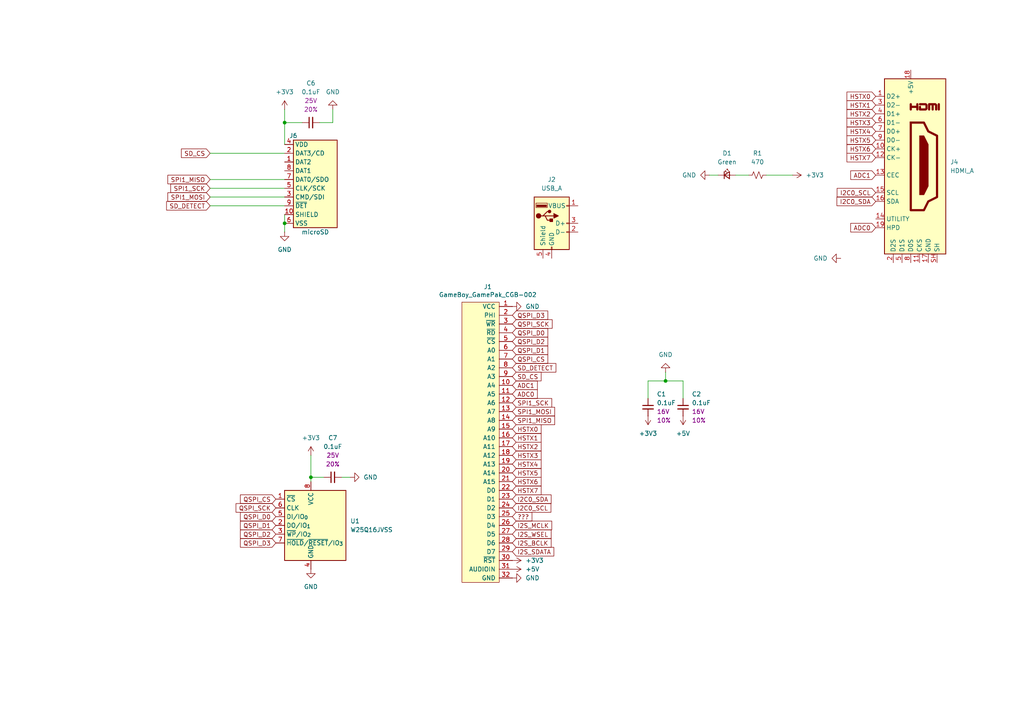
<source format=kicad_sch>
(kicad_sch (version 20250114) (generator "eeschema") (generator_version "9.0")
  (paper "A4")
  (lib_symbols
    (symbol "Connector:HDMI_A"
      (property "Reference" "J" (at -6.35 26.67 0))
      (property "Value" "HDMI_A" (at 10.16 26.67 0))
      (symbol "HDMI_A_0_0"
        (polyline (pts (xy 0 16.51) (xy 0 18.034) (xy 0 17.272) (xy 1.905 17.272) (xy 1.905 18.034) (xy 1.905 16.51)) (stroke (width 0.635)))
        (polyline (pts (xy 2.667 18.034) (xy 4.318 18.034) (xy 4.572 17.78) (xy 4.572 16.764) (xy 4.318 16.51) (xy 2.667 16.51) (xy 2.667 17.272)) (stroke (width 0.635)))
        (polyline (pts (xy 8.128 16.51) (xy 8.128 18.034)) (stroke (width 0.635)))
      )
      (symbol "HDMI_A_0_1"
        (rectangle (start -7.62 25.4) (end 10.16 -25.4) (stroke (width 0.254)) (fill (type background)))
        (polyline (pts (xy 0 12.7) (xy 0 -12.7) (xy 3.81 -12.7) (xy 5.08 -10.16) (xy 7.62 -8.89) (xy 7.62 8.89) (xy 5.08 10.16) (xy 3.81 12.7) (xy 0 12.7)) (stroke (width 0.635)))
        (polyline (pts (xy 2.54 8.89) (xy 3.81 8.89) (xy 5.08 6.35) (xy 5.08 -5.715) (xy 3.81 -8.255) (xy 2.54 -8.255) (xy 2.54 8.89)) (fill (type outline)))
        (polyline (pts (xy 5.334 16.51) (xy 5.334 18.034) (xy 6.35 18.034) (xy 6.35 16.51) (xy 6.35 18.034) (xy 7.112 18.034) (xy 7.366 17.78) (xy 7.366 16.51)) (stroke (width 0.635)))
      )
      (symbol "HDMI_A_1_1"
        (pin passive line (at -10.16 20.32 0) (length 2.54) (name "D2+") (number "1"))
        (pin passive line (at -10.16 17.78 0) (length 2.54) (name "D2-") (number "3"))
        (pin passive line (at -10.16 15.24 0) (length 2.54) (name "D1+") (number "4"))
        (pin passive line (at -10.16 12.7 0) (length 2.54) (name "D1-") (number "6"))
        (pin passive line (at -10.16 10.16 0) (length 2.54) (name "D0+") (number "7"))
        (pin passive line (at -10.16 7.62 0) (length 2.54) (name "D0-") (number "9"))
        (pin passive line (at -10.16 5.08 0) (length 2.54) (name "CK+") (number "10"))
        (pin passive line (at -10.16 2.54 0) (length 2.54) (name "CK-") (number "12"))
        (pin bidirectional line (at -10.16 -2.54 0) (length 2.54) (name "CEC") (number "13"))
        (pin passive line (at -10.16 -7.62 0) (length 2.54) (name "SCL") (number "15"))
        (pin bidirectional line (at -10.16 -10.16 0) (length 2.54) (name "SDA") (number "16"))
        (pin passive line (at -10.16 -15.24 0) (length 2.54) (name "UTILITY") (number "14"))
        (pin passive line (at -10.16 -17.78 0) (length 2.54) (name "HPD") (number "19"))
        (pin power_in line (at -5.08 -27.94 90) (length 2.54) (name "D2S") (number "2"))
        (pin power_in line (at -2.54 -27.94 90) (length 2.54) (name "D1S") (number "5"))
        (pin power_in line (at 0 27.94 270) (length 2.54) (name "+5V") (number "18"))
        (pin power_in line (at 0 -27.94 90) (length 2.54) (name "D0S") (number "8"))
        (pin power_in line (at 2.54 -27.94 90) (length 2.54) (name "CKS") (number "11"))
        (pin power_in line (at 5.08 -27.94 90) (length 2.54) (name "GND") (number "17"))
        (pin passive line (at 7.62 -27.94 90) (length 2.54) (name "SH") (number "SH"))
      )
    )
    (symbol "Connector:USB_A" (pin_names (offset 1.016))
      (property "Reference" "J" (at -5.08 11.43 0))
      (property "Value" "USB_A" (at -5.08 8.89 0))
      (symbol "USB_A_0_1"
        (rectangle (start -5.08 -7.62) (end 5.08 7.62) (stroke (width 0.254)) (fill (type background)))
        (circle (center -3.81 2.159) (radius 0.635) (stroke (width 0.254)) (fill (type outline)))
        (polyline (pts (xy -3.175 2.159) (xy -2.54 2.159) (xy -1.27 3.429) (xy -0.635 3.429)) (stroke (width 0.254)))
        (polyline (pts (xy -2.54 2.159) (xy -1.905 2.159) (xy -1.27 0.889) (xy 0 0.889)) (stroke (width 0.254)))
        (rectangle (start -1.524 4.826) (end -4.318 5.334) (fill (type outline)))
        (rectangle (start -1.27 4.572) (end -4.572 5.842))
        (circle (center -0.635 3.429) (radius 0.381) (stroke (width 0.254)) (fill (type outline)))
        (rectangle (start -0.127 -7.62) (end 0.127 -6.858))
        (rectangle (start 0.254 1.27) (end -0.508 0.508) (stroke (width 0.254)) (fill (type outline)))
        (polyline (pts (xy 0.635 2.794) (xy 0.635 1.524) (xy 1.905 2.159) (xy 0.635 2.794)) (stroke (width 0.254)) (fill (type outline)))
        (rectangle (start 5.08 4.953) (end 4.318 5.207))
        (rectangle (start 5.08 -0.127) (end 4.318 0.127))
        (rectangle (start 5.08 -2.667) (end 4.318 -2.413))
      )
      (symbol "USB_A_1_1"
        (polyline (pts (xy -1.905 2.159) (xy 0.635 2.159)) (stroke (width 0.254)))
        (pin passive line (at -2.54 -10.16 90) (length 2.54) (name "Shield") (number "5"))
        (pin power_in line (at 0 -10.16 90) (length 2.54) (name "GND") (number "4"))
        (pin power_in line (at 7.62 5.08 180) (length 2.54) (name "VBUS") (number "1"))
        (pin bidirectional line (at 7.62 0 180) (length 2.54) (name "D+") (number "3"))
        (pin bidirectional line (at 7.62 -2.54 180) (length 2.54) (name "D-") (number "2"))
      )
    )
    (symbol "Connector_GameBoy:GameBoy_GamePak_CGB-002" (pin_names (offset 1.016))
      (property "Reference" "J" (at -1.27 41.91 0))
      (property "Value" "GameBoy_GamePak_CGB-002" (at -4.445 -42.545 0))
      (symbol "GameBoy_GamePak_CGB-002_0_1"
        (rectangle (start 0 40.64) (end -10.795 -40.64) (fill (type background)))
      )
      (symbol "GameBoy_GamePak_CGB-002_1_1"
        (pin passive line (at 3.81 39.37 180) (length 3.81) (name "VCC") (number "1"))
        (pin passive line (at 3.81 36.83 180) (length 3.81) (name "PHI") (number "2"))
        (pin passive line (at 3.81 34.29 180) (length 3.81) (name "~{WR}") (number "3"))
        (pin passive line (at 3.81 31.75 180) (length 3.81) (name "~{RD}") (number "4"))
        (pin passive line (at 3.81 29.21 180) (length 3.81) (name "~{CS}") (number "5"))
        (pin passive line (at 3.81 26.67 180) (length 3.81) (name "A0") (number "6"))
        (pin passive line (at 3.81 24.13 180) (length 3.81) (name "A1") (number "7"))
        (pin passive line (at 3.81 21.59 180) (length 3.81) (name "A2") (number "8"))
        (pin passive line (at 3.81 19.05 180) (length 3.81) (name "A3") (number "9"))
        (pin passive line (at 3.81 16.51 180) (length 3.81) (name "A4") (number "10"))
        (pin passive line (at 3.81 13.97 180) (length 3.81) (name "A5") (number "11"))
        (pin passive line (at 3.81 11.43 180) (length 3.81) (name "A6") (number "12"))
        (pin passive line (at 3.81 8.89 180) (length 3.81) (name "A7") (number "13"))
        (pin passive line (at 3.81 6.35 180) (length 3.81) (name "A8") (number "14"))
        (pin passive line (at 3.81 3.81 180) (length 3.81) (name "A9") (number "15"))
        (pin passive line (at 3.81 1.27 180) (length 3.81) (name "A10") (number "16"))
        (pin passive line (at 3.81 -1.27 180) (length 3.81) (name "A11") (number "17"))
        (pin passive line (at 3.81 -3.81 180) (length 3.81) (name "A12") (number "18"))
        (pin passive line (at 3.81 -6.35 180) (length 3.81) (name "A13") (number "19"))
        (pin passive line (at 3.81 -8.89 180) (length 3.81) (name "A14") (number "20"))
        (pin passive line (at 3.81 -11.43 180) (length 3.81) (name "A15") (number "21"))
        (pin passive line (at 3.81 -13.97 180) (length 3.81) (name "D0") (number "22"))
        (pin passive line (at 3.81 -16.51 180) (length 3.81) (name "D1") (number "23"))
        (pin passive line (at 3.81 -19.05 180) (length 3.81) (name "D2") (number "24"))
        (pin passive line (at 3.81 -21.59 180) (length 3.81) (name "D3") (number "25"))
        (pin passive line (at 3.81 -24.13 180) (length 3.81) (name "D4") (number "26"))
        (pin passive line (at 3.81 -26.67 180) (length 3.81) (name "D5") (number "27"))
        (pin passive line (at 3.81 -29.21 180) (length 3.81) (name "D6") (number "28"))
        (pin passive line (at 3.81 -31.75 180) (length 3.81) (name "D7") (number "29"))
        (pin passive line (at 3.81 -34.29 180) (length 3.81) (name "~{RST}") (number "30"))
        (pin passive line (at 3.81 -36.83 180) (length 3.81) (name "AUDIOIN") (number "31"))
        (pin passive line (at 3.81 -39.37 180) (length 3.81) (name "GND") (number "32"))
      )
    )
    (symbol "Memory_Flash:W25Q16JVSS"
      (property "Reference" "U" (at -6.35 11.43 0))
      (property "Value" "W25Q16JVSS" (at 7.62 11.43 0))
      (symbol "W25Q16JVSS_0_1"
        (rectangle (start -7.62 10.16) (end 10.16 -10.16) (stroke (width 0.254)) (fill (type background)))
      )
      (symbol "W25Q16JVSS_1_1"
        (pin input line (at -10.16 7.62 0) (length 2.54) (name "~{CS}") (number "1"))
        (pin input line (at -10.16 5.08 0) (length 2.54) (name "CLK") (number "6"))
        (pin bidirectional line (at -10.16 2.54 0) (length 2.54) (name "DI/IO_{0}") (number "5"))
        (pin bidirectional line (at -10.16 0 0) (length 2.54) (name "DO/IO_{1}") (number "2"))
        (pin bidirectional line (at -10.16 -2.54 0) (length 2.54) (name "~{WP}/IO_{2}") (number "3"))
        (pin bidirectional line (at -10.16 -5.08 0) (length 2.54) (name "~{HOLD}/~{RESET}/IO_{3}") (number "7"))
        (pin power_in line (at 0 12.7 270) (length 2.54) (name "VCC") (number "8"))
        (pin power_in line (at 0 -12.7 90) (length 2.54) (name "GND") (number "4"))
      )
    )
    (symbol "SparkFun-Capacitor:0.1uF_0402_16V_10%" (pin_numbers (hide yes)) (pin_names (offset 0.254))
      (property "Reference" "C" (at 0.635 2.54 0))
      (property "Value" "0.1uF" (at 0.635 -2.54 0))
      (property "Voltage" "16V" (at 0 -6.35 0))
      (property "Tolerance" "10%" (at 0 -8.89 0))
      (symbol "0.1uF_0402_16V_10%_0_1"
        (polyline (pts (xy -1.524 0.508) (xy 1.524 0.508)) (stroke (width 0.3048)))
        (polyline (pts (xy -1.524 -0.508) (xy 1.524 -0.508)) (stroke (width 0.3302)))
      )
      (symbol "0.1uF_0402_16V_10%_1_1"
        (pin passive line (at 0 2.54 270) (length 2.032) (name "~") (number "1"))
        (pin passive line (at 0 -2.54 90) (length 2.032) (name "~") (number "2"))
      )
    )
    (symbol "SparkFun-Capacitor:0.1uF_0603_25V_20%" (pin_numbers (hide yes)) (pin_names (offset 0.254))
      (property "Reference" "C" (at 0.635 2.54 0))
      (property "Value" "0.1uF" (at 0.635 -2.54 0))
      (property "Voltage" "25V" (at 0 -6.35 0))
      (property "Tolerance" "20%" (at 0 -8.89 0))
      (symbol "0.1uF_0603_25V_20%_0_1"
        (polyline (pts (xy -1.524 0.508) (xy 1.524 0.508)) (stroke (width 0.3048)))
        (polyline (pts (xy -1.524 -0.508) (xy 1.524 -0.508)) (stroke (width 0.3302)))
      )
      (symbol "0.1uF_0603_25V_20%_1_1"
        (pin passive line (at 0 2.54 270) (length 2.032) (name "~") (number "1"))
        (pin passive line (at 0 -2.54 90) (length 2.032) (name "~") (number "2"))
      )
    )
    (symbol "SparkFun-Connector:microSD_PushPush"
      (property "Reference" "J" (at -6.35 15.24 0))
      (property "Value" "microSD" (at 0 -12.7 0))
      (symbol "microSD_PushPush_1_1"
        (rectangle (start -6.35 13.97) (end 6.35 -11.43) (stroke (width 0.254)) (fill (type background)))
        (pin power_in line (at -8.89 12.7 0) (length 2.54) (name "VDD") (number "4"))
        (pin bidirectional line (at -8.89 10.16 0) (length 2.54) (name "DAT3/CD") (number "2"))
        (pin bidirectional line (at -8.89 7.62 0) (length 2.54) (name "DAT2") (number "1"))
        (pin bidirectional line (at -8.89 5.08 0) (length 2.54) (name "DAT1") (number "8"))
        (pin bidirectional line (at -8.89 2.54 0) (length 2.54) (name "DAT0/SDO") (number "7"))
        (pin input line (at -8.89 0 0) (length 2.54) (name "CLK/SCK") (number "5"))
        (pin input line (at -8.89 -2.54 0) (length 2.54) (name "CMD/SDI") (number "3"))
        (pin passive line (at -8.89 -5.08 0) (length 2.54) (name "~{DET}") (number "9"))
        (pin passive line (at -8.89 -7.62 0) (length 2.54) (name "SHIELD") (number "10"))
        (pin power_in line (at -8.89 -10.16 0) (length 2.54) (name "VSS") (number "6"))
        (pin no_connect line (at 2.54 -8.89 90) (length 2.54) (hide yes) (name "SHIELD") (number "11"))
        (pin no_connect line (at 3.81 -8.89 90) (length 2.54) (hide yes) (name "SHIELD") (number "12"))
        (pin no_connect line (at 5.08 -8.89 90) (length 2.54) (hide yes) (name "SHIELD") (number "13"))
      )
    )
    (symbol "SparkFun-LED:LED_Green_0603" (pin_numbers (hide yes)) (pin_names (offset 1.016) (hide yes))
      (property "Reference" "D" (at 0 2.54 0))
      (property "Value" "Green" (at 0 -2.54 0))
      (symbol "LED_Green_0603_0_1"
        (polyline (pts (xy -0.762 -1.016) (xy -0.762 1.016)) (stroke (width 0.254)))
        (polyline (pts (xy 0 0.762) (xy -0.508 1.27) (xy -0.254 1.27) (xy -0.508 1.27) (xy -0.508 1.016)))
        (polyline (pts (xy 0.508 1.27) (xy 0 1.778) (xy 0.254 1.778) (xy 0 1.778) (xy 0 1.524)))
        (polyline (pts (xy 0.762 -1.016) (xy -0.762 0) (xy 0.762 1.016) (xy 0.762 -1.016)) (stroke (width 0.254)))
        (polyline (pts (xy 1.016 0) (xy -0.762 0)))
      )
      (symbol "LED_Green_0603_1_1"
        (pin passive line (at -2.54 0 0) (length 1.778) (name "K") (number "1"))
        (pin passive line (at 2.54 0 180) (length 1.778) (name "A") (number "2"))
      )
    )
    (symbol "SparkFun-Resistor:470_0603" (pin_numbers (hide yes)) (pin_names (offset 0))
      (property "Reference" "R" (at 0 -2.54 0))
      (property "Value" "470" (at 0 2.54 0))
      (symbol "470_0603_0_1"
        (polyline (pts (xy -1.524 0) (xy -1.143 1.016) (xy -0.762 0) (xy -0.381 -1.016) (xy 0 0)))
        (polyline (pts (xy 0 0) (xy 0.381 1.016) (xy 0.762 0) (xy 1.143 -1.016) (xy 1.524 0)))
      )
      (symbol "470_0603_1_1"
        (pin passive line (at -2.54 0 0) (length 1.016) (name "~") (number "1"))
        (pin passive line (at 2.54 0 180) (length 1.016) (name "~") (number "2"))
      )
    )
    (symbol "power:+3V3" (power) (pin_numbers (hide yes)) (pin_names (offset 0) (hide yes))
      (property "Value" "+3V3" (at 0 3.556 0))
      (symbol "+3V3_0_1"
        (polyline (pts (xy -0.762 1.27) (xy 0 2.54)))
        (polyline (pts (xy 0 2.54) (xy 0.762 1.27)))
        (polyline (pts (xy 0 0) (xy 0 2.54)))
      )
      (symbol "+3V3_1_1"
        (pin power_in line (at 0 0 90) (length 0) (name "~") (number "1"))
      )
    )
    (symbol "power:+5V" (power) (pin_numbers (hide yes)) (pin_names (offset 0) (hide yes))
      (property "Value" "+5V" (at 0 3.556 0))
      (symbol "+5V_0_1"
        (polyline (pts (xy -0.762 1.27) (xy 0 2.54)))
        (polyline (pts (xy 0 2.54) (xy 0.762 1.27)))
        (polyline (pts (xy 0 0) (xy 0 2.54)))
      )
      (symbol "+5V_1_1"
        (pin power_in line (at 0 0 90) (length 0) (name "~") (number "1"))
      )
    )
    (symbol "power:GND" (power) (pin_numbers (hide yes)) (pin_names (offset 0) (hide yes))
      (property "Value" "GND" (at 0 -3.81 0))
      (symbol "GND_0_1"
        (polyline (pts (xy 0 0) (xy 0 -1.27) (xy 1.27 -1.27) (xy 0 -2.54) (xy -1.27 -1.27) (xy 0 -1.27)))
      )
      (symbol "GND_1_1"
        (pin power_in line (at 0 0 270) (length 0) (name "~") (number "1"))
      )
    )
  )
  (junction (at 82.55 35.56))
  (junction (at 90.17 138.43))
  (junction (at 82.55 64.77))
  (junction (at 193.04 110.49))
  (wire (pts (xy 82.55 35.56) (xy 87.63 35.56)))
  (wire (pts (xy 82.55 35.56) (xy 82.55 41.91)))
  (wire (pts (xy 193.04 110.49) (xy 198.12 110.49)))
  (wire (pts (xy 60.96 59.69) (xy 82.55 59.69)))
  (wire (pts (xy 60.96 57.15) (xy 82.55 57.15)))
  (wire (pts (xy 60.96 54.61) (xy 82.55 54.61)))
  (wire (pts (xy 82.55 31.75) (xy 82.55 35.56)))
  (wire (pts (xy 96.52 35.56) (xy 92.71 35.56)))
  (wire (pts (xy 82.55 62.23) (xy 82.55 64.77)))
  (wire (pts (xy 90.17 138.43) (xy 93.98 138.43)))
  (wire (pts (xy 205.74 50.8) (xy 208.28 50.8)))
  (wire (pts (xy 60.96 44.45) (xy 82.55 44.45)))
  (wire (pts (xy 96.52 31.75) (xy 96.52 35.56)))
  (wire (pts (xy 187.96 110.49) (xy 193.04 110.49)))
  (wire (pts (xy 229.87 50.8) (xy 222.25 50.8)))
  (wire (pts (xy 198.12 110.49) (xy 198.12 115.57)))
  (wire (pts (xy 90.17 138.43) (xy 90.17 139.7)))
  (wire (pts (xy 187.96 115.57) (xy 187.96 110.49)))
  (wire (pts (xy 90.17 132.08) (xy 90.17 138.43)))
  (wire (pts (xy 101.6 138.43) (xy 99.06 138.43)))
  (wire (pts (xy 82.55 67.31) (xy 82.55 64.77)))
  (wire (pts (xy 213.36 50.8) (xy 217.17 50.8)))
  (wire (pts (xy 193.04 107.95) (xy 193.04 110.49)))
  (wire (pts (xy 60.96 52.07) (xy 82.55 52.07)))
  (global_label "HSTX7" (shape input) (at 254 45.72 180) (property "Intersheetrefs" "${INTERSHEET_REFS}" (effects (hide yes))))
  (global_label "HSTX6" (shape input) (at 254 43.18 180) (property "Intersheetrefs" "${INTERSHEET_REFS}" (effects (hide yes))))
  (global_label "I2C0_SDA" (shape input) (at 254 58.42 180) (property "Intersheetrefs" "${INTERSHEET_REFS}" (effects (hide yes))))
  (global_label "QSPI_SCK" (shape input) (at 80.01 147.32 180) (property "Intersheetrefs" "${INTERSHEET_REFS}" (effects (hide yes))))
  (global_label "QSPI_D2" (shape input) (at 80.01 154.94 180) (property "Intersheetrefs" "${INTERSHEET_REFS}" (effects (hide yes))))
  (global_label "QSPI_D2" (shape input) (at 148.59 99.06 0) (property "Intersheetrefs" "${INTERSHEET_REFS}" (effects (hide yes))))
  (global_label "I2C0_SDA" (shape input) (at 148.59 144.78 0) (property "Intersheetrefs" "${INTERSHEET_REFS}" (effects (hide yes))))
  (global_label "HSTX5" (shape input) (at 148.59 137.16 0) (property "Intersheetrefs" "${INTERSHEET_REFS}" (effects (hide yes))))
  (global_label "I2S_BCLK" (shape input) (at 148.59 157.48 0) (property "Intersheetrefs" "${INTERSHEET_REFS}" (effects (hide yes))))
  (global_label "QSPI_D1" (shape input) (at 80.01 152.4 180) (property "Intersheetrefs" "${INTERSHEET_REFS}" (effects (hide yes))))
  (global_label "SPI1_MOSI" (shape input) (at 60.96 57.15 180) (property "Intersheetrefs" "${INTERSHEET_REFS}" (effects (hide yes))))
  (global_label "QSPI_D1" (shape input) (at 148.59 101.6 0) (property "Intersheetrefs" "${INTERSHEET_REFS}" (effects (hide yes))))
  (global_label "I2S_WSEL" (shape input) (at 148.59 154.94 0) (property "Intersheetrefs" "${INTERSHEET_REFS}" (effects (hide yes))))
  (global_label "I2C0_SCL" (shape input) (at 148.59 147.32 0) (property "Intersheetrefs" "${INTERSHEET_REFS}" (effects (hide yes))))
  (global_label "QSPI_D3" (shape input) (at 80.01 157.48 180) (property "Intersheetrefs" "${INTERSHEET_REFS}" (effects (hide yes))))
  (global_label "HSTX4" (shape input) (at 254 38.1 180) (property "Intersheetrefs" "${INTERSHEET_REFS}" (effects (hide yes))))
  (global_label "???" (shape input) (at 148.59 149.86 0) (property "Intersheetrefs" "${INTERSHEET_REFS}" (effects (hide yes))))
  (global_label "QSPI_D3" (shape input) (at 148.59 91.44 0) (property "Intersheetrefs" "${INTERSHEET_REFS}" (effects (hide yes))))
  (global_label "ADC0" (shape input) (at 254 66.04 180) (property "Intersheetrefs" "${INTERSHEET_REFS}" (effects (hide yes))))
  (global_label "ADC1" (shape input) (at 254 50.8 180) (property "Intersheetrefs" "${INTERSHEET_REFS}" (effects (hide yes))))
  (global_label "SD_DETECT" (shape input) (at 148.59 106.68 0) (property "Intersheetrefs" "${INTERSHEET_REFS}" (effects (hide yes))))
  (global_label "SD_CS" (shape input) (at 148.59 109.22 0) (property "Intersheetrefs" "${INTERSHEET_REFS}" (effects (hide yes))))
  (global_label "HSTX1" (shape input) (at 148.59 127 0) (property "Intersheetrefs" "${INTERSHEET_REFS}" (effects (hide yes))))
  (global_label "HSTX4" (shape input) (at 148.59 134.62 0) (property "Intersheetrefs" "${INTERSHEET_REFS}" (effects (hide yes))))
  (global_label "QSPI_D0" (shape input) (at 80.01 149.86 180) (property "Intersheetrefs" "${INTERSHEET_REFS}" (effects (hide yes))))
  (global_label "I2S_SDATA" (shape input) (at 148.59 160.02 0) (property "Intersheetrefs" "${INTERSHEET_REFS}" (effects (hide yes))))
  (global_label "SD_DETECT" (shape input) (at 60.96 59.69 180) (property "Intersheetrefs" "${INTERSHEET_REFS}" (effects (hide yes))))
  (global_label "SPI1_MOSI" (shape input) (at 148.59 119.38 0) (property "Intersheetrefs" "${INTERSHEET_REFS}" (effects (hide yes))))
  (global_label "QSPI_D0" (shape input) (at 148.59 96.52 0) (property "Intersheetrefs" "${INTERSHEET_REFS}" (effects (hide yes))))
  (global_label "HSTX3" (shape input) (at 148.59 132.08 0) (property "Intersheetrefs" "${INTERSHEET_REFS}" (effects (hide yes))))
  (global_label "SPI1_SCK" (shape input) (at 60.96 54.61 180) (property "Intersheetrefs" "${INTERSHEET_REFS}" (effects (hide yes))))
  (global_label "HSTX1" (shape input) (at 254 30.48 180) (property "Intersheetrefs" "${INTERSHEET_REFS}" (effects (hide yes))))
  (global_label "SPI1_MISO" (shape input) (at 60.96 52.07 180) (property "Intersheetrefs" "${INTERSHEET_REFS}" (effects (hide yes))))
  (global_label "HSTX5" (shape input) (at 254 40.64 180) (property "Intersheetrefs" "${INTERSHEET_REFS}" (effects (hide yes))))
  (global_label "SD_CS" (shape input) (at 60.96 44.45 180) (property "Intersheetrefs" "${INTERSHEET_REFS}" (effects (hide yes))))
  (global_label "QSPI_SCK" (shape input) (at 148.59 93.98 0) (property "Intersheetrefs" "${INTERSHEET_REFS}" (effects (hide yes))))
  (global_label "ADC0" (shape input) (at 148.59 114.3 0) (property "Intersheetrefs" "${INTERSHEET_REFS}" (effects (hide yes))))
  (global_label "SPI1_SCK" (shape input) (at 148.59 116.84 0) (property "Intersheetrefs" "${INTERSHEET_REFS}" (effects (hide yes))))
  (global_label "HSTX2" (shape input) (at 148.59 129.54 0) (property "Intersheetrefs" "${INTERSHEET_REFS}" (effects (hide yes))))
  (global_label "ADC1" (shape input) (at 148.59 111.76 0) (property "Intersheetrefs" "${INTERSHEET_REFS}" (effects (hide yes))))
  (global_label "I2C0_SCL" (shape input) (at 254 55.88 180) (property "Intersheetrefs" "${INTERSHEET_REFS}" (effects (hide yes))))
  (global_label "HSTX3" (shape input) (at 254 35.56 180) (property "Intersheetrefs" "${INTERSHEET_REFS}" (effects (hide yes))))
  (global_label "I2S_MCLK" (shape input) (at 148.59 152.4 0) (property "Intersheetrefs" "${INTERSHEET_REFS}" (effects (hide yes))))
  (global_label "HSTX2" (shape input) (at 254 33.02 180) (property "Intersheetrefs" "${INTERSHEET_REFS}" (effects (hide yes))))
  (global_label "HSTX6" (shape input) (at 148.59 139.7 0) (property "Intersheetrefs" "${INTERSHEET_REFS}" (effects (hide yes))))
  (global_label "QSPI_CS" (shape input) (at 148.59 104.14 0) (property "Intersheetrefs" "${INTERSHEET_REFS}" (effects (hide yes))))
  (global_label "HSTX0" (shape input) (at 148.59 124.46 0) (property "Intersheetrefs" "${INTERSHEET_REFS}" (effects (hide yes))))
  (global_label "HSTX0" (shape input) (at 254 27.94 180) (property "Intersheetrefs" "${INTERSHEET_REFS}" (effects (hide yes))))
  (global_label "QSPI_CS" (shape input) (at 80.01 144.78 180) (property "Intersheetrefs" "${INTERSHEET_REFS}" (effects (hide yes))))
  (global_label "SPI1_MISO" (shape input) (at 148.59 121.92 0) (property "Intersheetrefs" "${INTERSHEET_REFS}" (effects (hide yes))))
  (global_label "HSTX7" (shape input) (at 148.59 142.24 0) (property "Intersheetrefs" "${INTERSHEET_REFS}" (effects (hide yes))))
  (symbol (lib_id "Connector_GameBoy:GameBoy_GamePak_CGB-002") (at 144.78 128.27 0) (unit 1)
    (property "Reference" "J1" (at 141.478 83.185 0))
    (property "Value" "GameBoy_GamePak_CGB-002" (at 141.478 85.4964 0))
    (property "Footprint" "Connector_GameBoy:GameBoy_GamePak_CGB-002_P1.50mm_Edge" (effects (hide yes)))
  )
  (symbol (lib_id "SparkFun-LED:LED_Green_0603") (at 210.82 50.8 0) (unit 1)
    (property "Reference" "D1" (at 210.8835 44.45 0))
    (property "Value" "Green" (at 210.8835 46.99 0))
    (property "Footprint" "SparkFun-LED:LED_0603_1608Metric_Green" (effects (hide yes)))
    (property "Datasheet" "https://docs.broadcom.com/docs/AV02-0551EN" (effects (hide yes)))
    (property "Description" "Light emitting diode" (effects (hide yes)))
    (property "PROD_ID" "DIO-00821" (effects (hide yes)))
  )
  (symbol (lib_id "power:+3V3") (at 187.96 120.65 180) (unit 1)
    (property "Reference" "#PWR019" (effects (hide yes)))
    (property "Value" "+3V3" (at 187.96 125.73 0))
    (property "Description" "Power symbol creates a global label with name \"+3V3\"" (effects (hide yes)))
  )
  (symbol (lib_id "SparkFun-Capacitor:0.1uF_0402_16V_10%") (at 187.96 118.11 0) (unit 1)
    (property "Reference" "C1" (at 190.5 114.3063 0) (effects (justify left)))
    (property "Value" "0.1uF" (at 190.5 116.8463 0) (effects (justify left)))
    (property "Footprint" "Capacitor_SMD:CP_Elec_5x3" (effects (hide yes)))
    (property "Datasheet" "https://cdn.sparkfun.com/assets/8/a/4/a/5/Kemet_Capacitor_Datasheet.pdf" (effects (hide yes)))
    (property "Description" "Unpolarized capacitor" (effects (hide yes)))
    (property "PROD_ID" "CAP-25565" (effects (hide yes)))
    (property "Voltage" "16V" (at 190.5 119.3863 0) (effects (justify left)))
    (property "Tolerance" "10%" (at 190.5 121.9263 0) (effects (justify left)))
  )
  (symbol (lib_id "power:+5V") (at 148.59 165.1 270) (unit 1)
    (property "Reference" "#PWR016" (effects (hide yes)))
    (property "Value" "+5V" (at 152.4 165.1 90) (effects (justify left)))
    (property "Description" "Power symbol creates a global label with name \"+5V\"" (effects (hide yes)))
  )
  (symbol (lib_id "SparkFun-Resistor:470_0603") (at 219.71 50.8 0) (unit 1)
    (property "Reference" "R1" (at 219.71 44.45 0))
    (property "Value" "470" (at 219.71 46.99 0))
    (property "Footprint" "SparkFun-Resistor:R_0603_1608Metric" (effects (hide yes)))
    (property "Datasheet" "https://www.vishay.com/docs/20035/dcrcwe3.pdf" (effects (hide yes)))
    (property "Description" "Resistor" (effects (hide yes)))
    (property "PROD_ID" "RES-07869" (effects (hide yes)))
  )
  (symbol (lib_id "SparkFun-Capacitor:0.1uF_0603_25V_20%") (at 90.17 35.56 90) (unit 1)
    (property "Reference" "C6" (at 90.1763 24.13 90))
    (property "Value" "0.1uF" (at 90.1763 26.67 90))
    (property "Footprint" "SparkFun-Capacitor:C_0603_1608Metric" (effects (hide yes)))
    (property "Datasheet" "https://cdn.sparkfun.com/assets/8/a/4/a/5/Kemet_Capacitor_Datasheet.pdf" (effects (hide yes)))
    (property "Description" "Unpolarized capacitor" (effects (hide yes)))
    (property "PROD_ID" "CAP-00810" (effects (hide yes)))
    (property "Voltage" "25V" (at 90.1763 29.21 90))
    (property "Tolerance" "20%" (at 90.1763 31.75 90))
  )
  (symbol (lib_id "Connector:USB_A") (at 160.02 64.77 0) (unit 1)
    (property "Reference" "J2" (at 160.02 52.07 0))
    (property "Value" "USB_A" (at 160.02 54.61 0))
    (property "Footprint" "Connector_USB:USB_A_Receptacle_GCT_USB1046" (effects (hide yes)))
    (property "Description" "USB Type A connector" (effects (hide yes)))
  )
  (symbol (lib_id "power:+3V3") (at 229.87 50.8 270) (unit 1)
    (property "Reference" "#PWR04" (effects (hide yes)))
    (property "Value" "+3V3" (at 233.68 50.8 90) (effects (justify left)))
    (property "Description" "Power symbol creates a global label with name \"+3V3\"" (effects (hide yes)))
  )
  (symbol (lib_id "power:+3V3") (at 148.59 162.56 270) (unit 1)
    (property "Reference" "#PWR015" (effects (hide yes)))
    (property "Value" "+3V3" (at 152.4 162.5599 90) (effects (justify left)))
    (property "Description" "Power symbol creates a global label with name \"+3V3\"" (effects (hide yes)))
  )
  (symbol (lib_id "power:+3V3") (at 82.55 31.75 0) (unit 1)
    (property "Reference" "#PWR012" (effects (hide yes)))
    (property "Value" "+3V3" (at 82.55 26.67 0))
    (property "Description" "Power symbol creates a global label with name \"+3V3\"" (effects (hide yes)))
  )
  (symbol (lib_id "power:GND") (at 243.84 74.93 270) (unit 1)
    (property "Reference" "#PWR022" (effects (hide yes)))
    (property "Value" "GND" (at 240.03 74.93 90) (effects (justify right)))
    (property "Description" "Power symbol creates a global label with name \"GND\" , ground" (effects (hide yes)))
  )
  (symbol (lib_id "power:GND") (at 148.59 88.9 90) (unit 1)
    (property "Reference" "#PWR013" (effects (hide yes)))
    (property "Value" "GND" (at 152.4 88.9 90) (effects (justify right)))
    (property "Description" "Power symbol creates a global label with name \"GND\" , ground" (effects (hide yes)))
  )
  (symbol (lib_id "SparkFun-Capacitor:0.1uF_0402_16V_10%") (at 198.12 118.11 0) (unit 1)
    (property "Reference" "C2" (at 200.66 114.3063 0) (effects (justify left)))
    (property "Value" "0.1uF" (at 200.66 116.8463 0) (effects (justify left)))
    (property "Footprint" "Capacitor_SMD:CP_Elec_5x3" (effects (hide yes)))
    (property "Datasheet" "https://cdn.sparkfun.com/assets/8/a/4/a/5/Kemet_Capacitor_Datasheet.pdf" (effects (hide yes)))
    (property "Description" "Unpolarized capacitor" (effects (hide yes)))
    (property "PROD_ID" "CAP-25565" (effects (hide yes)))
    (property "Voltage" "16V" (at 200.66 119.3863 0) (effects (justify left)))
    (property "Tolerance" "10%" (at 200.66 121.9263 0) (effects (justify left)))
  )
  (symbol (lib_id "power:GND") (at 205.74 50.8 270) (unit 1)
    (property "Reference" "#PWR05" (effects (hide yes)))
    (property "Value" "GND" (at 201.93 50.8 90) (effects (justify right)))
    (property "Description" "Power symbol creates a global label with name \"GND\" , ground" (effects (hide yes)))
  )
  (symbol (lib_id "power:GND") (at 193.04 107.95 180) (unit 1)
    (property "Reference" "#PWR021" (effects (hide yes)))
    (property "Value" "GND" (at 193.04 102.87 0))
    (property "Description" "Power symbol creates a global label with name \"GND\" , ground" (effects (hide yes)))
  )
  (symbol (lib_id "power:GND") (at 101.6 138.43 90) (unit 1)
    (property "Reference" "#PWR08" (effects (hide yes)))
    (property "Value" "GND" (at 105.41 138.43 90) (effects (justify right)))
    (property "Description" "Power symbol creates a global label with name \"GND\" , ground" (effects (hide yes)))
  )
  (symbol (lib_id "SparkFun-Capacitor:0.1uF_0603_25V_20%") (at 96.52 138.43 90) (unit 1)
    (property "Reference" "C7" (at 96.5263 127 90))
    (property "Value" "0.1uF" (at 96.5263 129.54 90))
    (property "Footprint" "SparkFun-Capacitor:C_0603_1608Metric" (effects (hide yes)))
    (property "Datasheet" "https://cdn.sparkfun.com/assets/8/a/4/a/5/Kemet_Capacitor_Datasheet.pdf" (effects (hide yes)))
    (property "Description" "Unpolarized capacitor" (effects (hide yes)))
    (property "PROD_ID" "CAP-00810" (effects (hide yes)))
    (property "Voltage" "25V" (at 96.5263 132.08 90))
    (property "Tolerance" "20%" (at 96.5263 134.62 90))
  )
  (symbol (lib_id "power:GND") (at 82.55 67.31 0) (unit 1)
    (property "Reference" "#PWR017" (effects (hide yes)))
    (property "Value" "GND" (at 82.55 72.39 0))
    (property "Description" "Power symbol creates a global label with name \"GND\" , ground" (effects (hide yes)))
  )
  (symbol (lib_id "power:GND") (at 90.17 165.1 0) (unit 1)
    (property "Reference" "#PWR06" (effects (hide yes)))
    (property "Value" "GND" (at 90.17 170.18 0))
    (property "Description" "Power symbol creates a global label with name \"GND\" , ground" (effects (hide yes)))
  )
  (symbol (lib_id "power:+3V3") (at 90.17 132.08 0) (unit 1)
    (property "Reference" "#PWR07" (effects (hide yes)))
    (property "Value" "+3V3" (at 90.17 127 0))
    (property "Description" "Power symbol creates a global label with name \"+3V3\"" (effects (hide yes)))
  )
  (symbol (lib_id "Memory_Flash:W25Q16JVSS") (at 90.17 152.4 0) (unit 1)
    (property "Reference" "U1" (at 101.6 151.1299 0) (effects (justify left)))
    (property "Value" "W25Q16JVSS" (at 101.6 153.6699 0) (effects (justify left)))
    (property "Footprint" "Package_SO:SOIC-8_5.3x5.3mm_P1.27mm" (effects (hide yes)))
    (property "Datasheet" "https://www.winbond.com/hq/support/documentation/levelOne.jsp?__locale=en&DocNo=DA00-W25Q16JV.1" (effects (hide yes)))
    (property "Description" "16Mbit / 2MiB Serial Flash Memory, Standard/Dual/Quad SPI, 2.7-3.6V, SOIC-8 (208 mil)" (effects (hide yes)))
  )
  (symbol (lib_id "SparkFun-Connector:microSD_PushPush") (at 91.44 54.61 0) (unit 1)
    (property "Reference" "J6" (at 85.09 39.37 0))
    (property "Value" "microSD" (at 91.44 67.31 0))
    (property "Footprint" "SparkFun-Connector:microSD_External_Pin" (effects (hide yes)))
    (property "Datasheet" "https://cdn.sparkfun.com/assets/a/d/6/0/8/microSD_Datasheet_msd-1-a.pdf" (effects (hide yes)))
    (property "Description" "Micro SD socket External Pin" (effects (hide yes)))
    (property "PROD_ID" "CONN-16110" (effects (hide yes)))
  )
  (symbol (lib_id "Connector:HDMI_A") (at 264.16 48.26 0) (unit 1)
    (property "Reference" "J4" (at 275.59 46.99 0) (effects (justify left)))
    (property "Value" "HDMI_A" (at 275.59 49.53 0) (effects (justify left)))
    (property "Footprint" "Connector_Video:HDMI_A_Amphenol_10029449-x01xLF_Horizontal" (effects (hide yes)))
    (property "Datasheet" "https://en.wikipedia.org/wiki/HDMI" (effects (hide yes)))
    (property "Description" "HDMI type A connector" (effects (hide yes)))
  )
  (symbol (lib_id "power:GND") (at 96.52 31.75 180) (unit 1)
    (property "Reference" "#PWR018" (effects (hide yes)))
    (property "Value" "GND" (at 96.52 26.67 0))
    (property "Description" "Power symbol creates a global label with name \"GND\" , ground" (effects (hide yes)))
  )
  (symbol (lib_id "power:+5V") (at 198.12 120.65 180) (unit 1)
    (property "Reference" "#PWR020" (effects (hide yes)))
    (property "Value" "+5V" (at 198.12 125.73 0))
    (property "Description" "Power symbol creates a global label with name \"+5V\"" (effects (hide yes)))
  )
  (symbol (lib_id "power:GND") (at 148.59 167.64 90) (unit 1)
    (property "Reference" "#PWR014" (effects (hide yes)))
    (property "Value" "GND" (at 152.4 167.64 90) (effects (justify right)))
    (property "Description" "Power symbol creates a global label with name \"GND\" , ground" (effects (hide yes)))
  )
)
</source>
